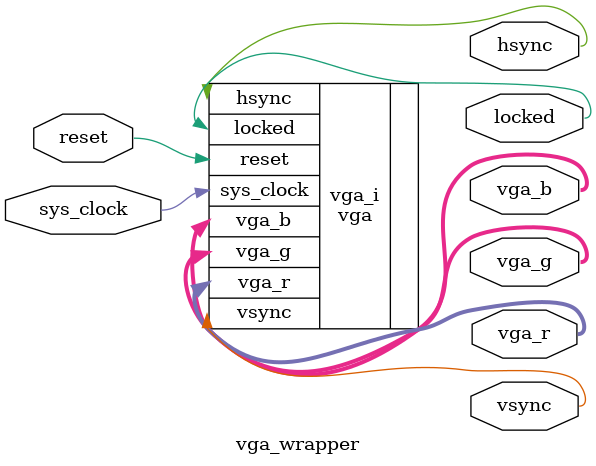
<source format=v>
`timescale 1 ps / 1 ps

module vga_wrapper
   (hsync,
    locked,
    reset,
    sys_clock,
    vga_b,
    vga_g,
    vga_r,
    vsync);
  output hsync;
  output locked;
  input reset;
  input sys_clock;
  output [3:0]vga_b;
  output [3:0]vga_g;
  output [3:0]vga_r;
  output vsync;

  wire hsync;
  wire locked;
  wire reset;
  wire sys_clock;
  wire [3:0]vga_b;
  wire [3:0]vga_g;
  wire [3:0]vga_r;
  wire vsync;

  vga vga_i
       (.hsync(hsync),
        .locked(locked),
        .reset(reset),
        .sys_clock(sys_clock),
        .vga_b(vga_b),
        .vga_g(vga_g),
        .vga_r(vga_r),
        .vsync(vsync));
endmodule

</source>
